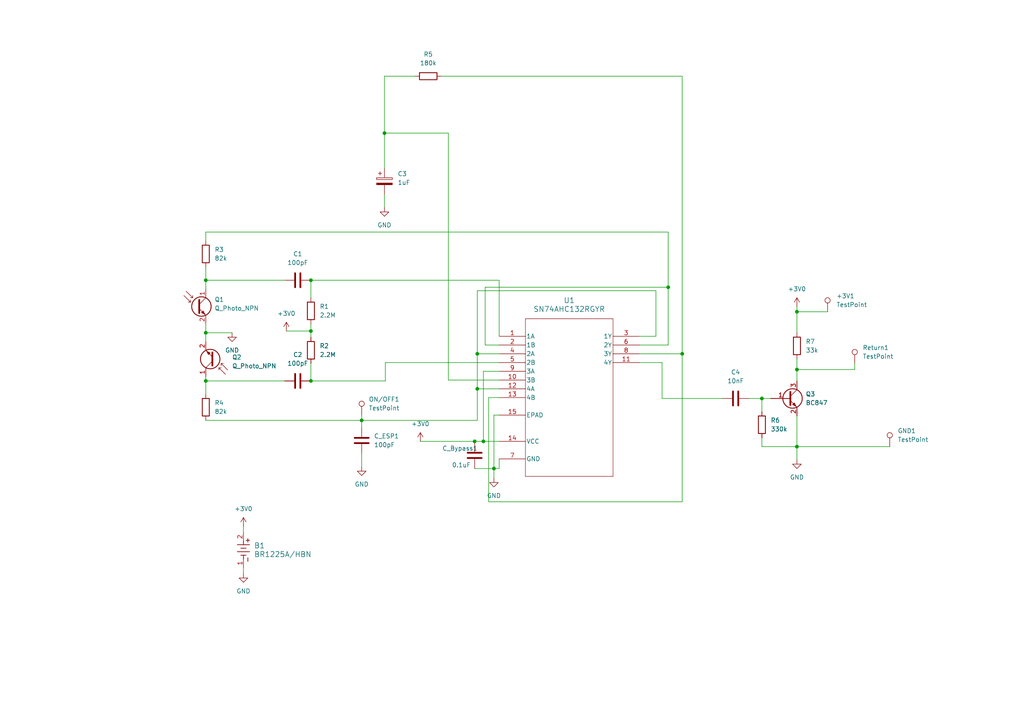
<source format=kicad_sch>
(kicad_sch (version 20230121) (generator eeschema)

  (uuid 62b04dc0-1ac4-44c7-b748-5ef6bd0e2083)

  (paper "A4")

  (lib_symbols
    (symbol "2023-08-13_19-15-05:SN74AHC132RGYR" (pin_names (offset 0.254)) (in_bom yes) (on_board yes)
      (property "Reference" "U" (at 20.32 10.16 0)
        (effects (font (size 1.524 1.524)))
      )
      (property "Value" "SN74AHC132RGYR" (at 20.32 7.62 0)
        (effects (font (size 1.524 1.524)))
      )
      (property "Footprint" "RGY14_2P05X2P05" (at 0 0 0)
        (effects (font (size 1.27 1.27) italic) hide)
      )
      (property "Datasheet" "SN74AHC132RGYR" (at 0 0 0)
        (effects (font (size 1.27 1.27) italic) hide)
      )
      (property "ki_locked" "" (at 0 0 0)
        (effects (font (size 1.27 1.27)))
      )
      (property "ki_keywords" "SN74AHC132RGYR" (at 0 0 0)
        (effects (font (size 1.27 1.27)) hide)
      )
      (property "ki_fp_filters" "RGY14_2P05X2P05" (at 0 0 0)
        (effects (font (size 1.27 1.27)) hide)
      )
      (symbol "SN74AHC132RGYR_0_1"
        (polyline
          (pts
            (xy 7.62 -40.64)
            (xy 33.02 -40.64)
          )
          (stroke (width 0.127) (type default))
          (fill (type none))
        )
        (polyline
          (pts
            (xy 7.62 5.08)
            (xy 7.62 -40.64)
          )
          (stroke (width 0.127) (type default))
          (fill (type none))
        )
        (polyline
          (pts
            (xy 33.02 -40.64)
            (xy 33.02 5.08)
          )
          (stroke (width 0.127) (type default))
          (fill (type none))
        )
        (polyline
          (pts
            (xy 33.02 5.08)
            (xy 7.62 5.08)
          )
          (stroke (width 0.127) (type default))
          (fill (type none))
        )
        (pin input line (at 0 0 0) (length 7.62)
          (name "1A" (effects (font (size 1.27 1.27))))
          (number "1" (effects (font (size 1.27 1.27))))
        )
        (pin input line (at 0 -12.7 0) (length 7.62)
          (name "3B" (effects (font (size 1.27 1.27))))
          (number "10" (effects (font (size 1.27 1.27))))
        )
        (pin output line (at 40.64 -7.62 180) (length 7.62)
          (name "4Y" (effects (font (size 1.27 1.27))))
          (number "11" (effects (font (size 1.27 1.27))))
        )
        (pin input line (at 0 -15.24 0) (length 7.62)
          (name "4A" (effects (font (size 1.27 1.27))))
          (number "12" (effects (font (size 1.27 1.27))))
        )
        (pin input line (at 0 -17.78 0) (length 7.62)
          (name "4B" (effects (font (size 1.27 1.27))))
          (number "13" (effects (font (size 1.27 1.27))))
        )
        (pin power_in line (at 0 -30.48 0) (length 7.62)
          (name "VCC" (effects (font (size 1.27 1.27))))
          (number "14" (effects (font (size 1.27 1.27))))
        )
        (pin unspecified line (at 0 -22.86 0) (length 7.62)
          (name "EPAD" (effects (font (size 1.27 1.27))))
          (number "15" (effects (font (size 1.27 1.27))))
        )
        (pin input line (at 0 -2.54 0) (length 7.62)
          (name "1B" (effects (font (size 1.27 1.27))))
          (number "2" (effects (font (size 1.27 1.27))))
        )
        (pin output line (at 40.64 0 180) (length 7.62)
          (name "1Y" (effects (font (size 1.27 1.27))))
          (number "3" (effects (font (size 1.27 1.27))))
        )
        (pin input line (at 0 -5.08 0) (length 7.62)
          (name "2A" (effects (font (size 1.27 1.27))))
          (number "4" (effects (font (size 1.27 1.27))))
        )
        (pin input line (at 0 -7.62 0) (length 7.62)
          (name "2B" (effects (font (size 1.27 1.27))))
          (number "5" (effects (font (size 1.27 1.27))))
        )
        (pin output line (at 40.64 -2.54 180) (length 7.62)
          (name "2Y" (effects (font (size 1.27 1.27))))
          (number "6" (effects (font (size 1.27 1.27))))
        )
        (pin power_in line (at 0 -35.56 0) (length 7.62)
          (name "GND" (effects (font (size 1.27 1.27))))
          (number "7" (effects (font (size 1.27 1.27))))
        )
        (pin output line (at 40.64 -5.08 180) (length 7.62)
          (name "3Y" (effects (font (size 1.27 1.27))))
          (number "8" (effects (font (size 1.27 1.27))))
        )
        (pin input line (at 0 -10.16 0) (length 7.62)
          (name "3A" (effects (font (size 1.27 1.27))))
          (number "9" (effects (font (size 1.27 1.27))))
        )
      )
    )
    (symbol "Connector:TestPoint" (pin_numbers hide) (pin_names (offset 0.762) hide) (in_bom yes) (on_board yes)
      (property "Reference" "TP" (at 0 6.858 0)
        (effects (font (size 1.27 1.27)))
      )
      (property "Value" "TestPoint" (at 0 5.08 0)
        (effects (font (size 1.27 1.27)))
      )
      (property "Footprint" "" (at 5.08 0 0)
        (effects (font (size 1.27 1.27)) hide)
      )
      (property "Datasheet" "~" (at 5.08 0 0)
        (effects (font (size 1.27 1.27)) hide)
      )
      (property "ki_keywords" "test point tp" (at 0 0 0)
        (effects (font (size 1.27 1.27)) hide)
      )
      (property "ki_description" "test point" (at 0 0 0)
        (effects (font (size 1.27 1.27)) hide)
      )
      (property "ki_fp_filters" "Pin* Test*" (at 0 0 0)
        (effects (font (size 1.27 1.27)) hide)
      )
      (symbol "TestPoint_0_1"
        (circle (center 0 3.302) (radius 0.762)
          (stroke (width 0) (type default))
          (fill (type none))
        )
      )
      (symbol "TestPoint_1_1"
        (pin passive line (at 0 0 90) (length 2.54)
          (name "1" (effects (font (size 1.27 1.27))))
          (number "1" (effects (font (size 1.27 1.27))))
        )
      )
    )
    (symbol "Device:C" (pin_numbers hide) (pin_names (offset 0.254)) (in_bom yes) (on_board yes)
      (property "Reference" "C" (at 0.635 2.54 0)
        (effects (font (size 1.27 1.27)) (justify left))
      )
      (property "Value" "C" (at 0.635 -2.54 0)
        (effects (font (size 1.27 1.27)) (justify left))
      )
      (property "Footprint" "" (at 0.9652 -3.81 0)
        (effects (font (size 1.27 1.27)) hide)
      )
      (property "Datasheet" "~" (at 0 0 0)
        (effects (font (size 1.27 1.27)) hide)
      )
      (property "ki_keywords" "cap capacitor" (at 0 0 0)
        (effects (font (size 1.27 1.27)) hide)
      )
      (property "ki_description" "Unpolarized capacitor" (at 0 0 0)
        (effects (font (size 1.27 1.27)) hide)
      )
      (property "ki_fp_filters" "C_*" (at 0 0 0)
        (effects (font (size 1.27 1.27)) hide)
      )
      (symbol "C_0_1"
        (polyline
          (pts
            (xy -2.032 -0.762)
            (xy 2.032 -0.762)
          )
          (stroke (width 0.508) (type default))
          (fill (type none))
        )
        (polyline
          (pts
            (xy -2.032 0.762)
            (xy 2.032 0.762)
          )
          (stroke (width 0.508) (type default))
          (fill (type none))
        )
      )
      (symbol "C_1_1"
        (pin passive line (at 0 3.81 270) (length 2.794)
          (name "~" (effects (font (size 1.27 1.27))))
          (number "1" (effects (font (size 1.27 1.27))))
        )
        (pin passive line (at 0 -3.81 90) (length 2.794)
          (name "~" (effects (font (size 1.27 1.27))))
          (number "2" (effects (font (size 1.27 1.27))))
        )
      )
    )
    (symbol "Device:C_Polarized" (pin_numbers hide) (pin_names (offset 0.254)) (in_bom yes) (on_board yes)
      (property "Reference" "C" (at 0.635 2.54 0)
        (effects (font (size 1.27 1.27)) (justify left))
      )
      (property "Value" "C_Polarized" (at 0.635 -2.54 0)
        (effects (font (size 1.27 1.27)) (justify left))
      )
      (property "Footprint" "" (at 0.9652 -3.81 0)
        (effects (font (size 1.27 1.27)) hide)
      )
      (property "Datasheet" "~" (at 0 0 0)
        (effects (font (size 1.27 1.27)) hide)
      )
      (property "ki_keywords" "cap capacitor" (at 0 0 0)
        (effects (font (size 1.27 1.27)) hide)
      )
      (property "ki_description" "Polarized capacitor" (at 0 0 0)
        (effects (font (size 1.27 1.27)) hide)
      )
      (property "ki_fp_filters" "CP_*" (at 0 0 0)
        (effects (font (size 1.27 1.27)) hide)
      )
      (symbol "C_Polarized_0_1"
        (rectangle (start -2.286 0.508) (end 2.286 1.016)
          (stroke (width 0) (type default))
          (fill (type none))
        )
        (polyline
          (pts
            (xy -1.778 2.286)
            (xy -0.762 2.286)
          )
          (stroke (width 0) (type default))
          (fill (type none))
        )
        (polyline
          (pts
            (xy -1.27 2.794)
            (xy -1.27 1.778)
          )
          (stroke (width 0) (type default))
          (fill (type none))
        )
        (rectangle (start 2.286 -0.508) (end -2.286 -1.016)
          (stroke (width 0) (type default))
          (fill (type outline))
        )
      )
      (symbol "C_Polarized_1_1"
        (pin passive line (at 0 3.81 270) (length 2.794)
          (name "~" (effects (font (size 1.27 1.27))))
          (number "1" (effects (font (size 1.27 1.27))))
        )
        (pin passive line (at 0 -3.81 90) (length 2.794)
          (name "~" (effects (font (size 1.27 1.27))))
          (number "2" (effects (font (size 1.27 1.27))))
        )
      )
    )
    (symbol "Device:Q_Photo_NPN" (pin_names (offset 0) hide) (in_bom yes) (on_board yes)
      (property "Reference" "Q" (at 5.08 1.27 0)
        (effects (font (size 1.27 1.27)) (justify left))
      )
      (property "Value" "Q_Photo_NPN" (at 5.08 -1.27 0)
        (effects (font (size 1.27 1.27)) (justify left))
      )
      (property "Footprint" "" (at 5.08 2.54 0)
        (effects (font (size 1.27 1.27)) hide)
      )
      (property "Datasheet" "~" (at 0 0 0)
        (effects (font (size 1.27 1.27)) hide)
      )
      (property "ki_keywords" "phototransistor NPN" (at 0 0 0)
        (effects (font (size 1.27 1.27)) hide)
      )
      (property "ki_description" "NPN phototransistor, collector/emitter" (at 0 0 0)
        (effects (font (size 1.27 1.27)) hide)
      )
      (symbol "Q_Photo_NPN_0_1"
        (polyline
          (pts
            (xy -1.905 1.27)
            (xy -2.54 1.27)
          )
          (stroke (width 0) (type default))
          (fill (type none))
        )
        (polyline
          (pts
            (xy -1.27 2.54)
            (xy -1.905 2.54)
          )
          (stroke (width 0) (type default))
          (fill (type none))
        )
        (polyline
          (pts
            (xy 0.635 0.635)
            (xy 2.54 2.54)
          )
          (stroke (width 0) (type default))
          (fill (type none))
        )
        (polyline
          (pts
            (xy -3.81 3.175)
            (xy -1.905 1.27)
            (xy -1.905 1.905)
          )
          (stroke (width 0) (type default))
          (fill (type none))
        )
        (polyline
          (pts
            (xy -3.175 4.445)
            (xy -1.27 2.54)
            (xy -1.27 3.175)
          )
          (stroke (width 0) (type default))
          (fill (type none))
        )
        (polyline
          (pts
            (xy 0.635 -0.635)
            (xy 2.54 -2.54)
            (xy 2.54 -2.54)
          )
          (stroke (width 0) (type default))
          (fill (type none))
        )
        (polyline
          (pts
            (xy 0.635 1.905)
            (xy 0.635 -1.905)
            (xy 0.635 -1.905)
          )
          (stroke (width 0.508) (type default))
          (fill (type none))
        )
        (polyline
          (pts
            (xy 1.27 -1.778)
            (xy 1.778 -1.27)
            (xy 2.286 -2.286)
            (xy 1.27 -1.778)
            (xy 1.27 -1.778)
          )
          (stroke (width 0) (type default))
          (fill (type outline))
        )
        (circle (center 1.27 0) (radius 2.8194)
          (stroke (width 0.254) (type default))
          (fill (type none))
        )
      )
      (symbol "Q_Photo_NPN_1_1"
        (pin passive line (at 2.54 5.08 270) (length 2.54)
          (name "C" (effects (font (size 1.27 1.27))))
          (number "1" (effects (font (size 1.27 1.27))))
        )
        (pin passive line (at 2.54 -5.08 90) (length 2.54)
          (name "E" (effects (font (size 1.27 1.27))))
          (number "2" (effects (font (size 1.27 1.27))))
        )
      )
    )
    (symbol "Device:R" (pin_numbers hide) (pin_names (offset 0)) (in_bom yes) (on_board yes)
      (property "Reference" "R" (at 2.032 0 90)
        (effects (font (size 1.27 1.27)))
      )
      (property "Value" "R" (at 0 0 90)
        (effects (font (size 1.27 1.27)))
      )
      (property "Footprint" "" (at -1.778 0 90)
        (effects (font (size 1.27 1.27)) hide)
      )
      (property "Datasheet" "~" (at 0 0 0)
        (effects (font (size 1.27 1.27)) hide)
      )
      (property "ki_keywords" "R res resistor" (at 0 0 0)
        (effects (font (size 1.27 1.27)) hide)
      )
      (property "ki_description" "Resistor" (at 0 0 0)
        (effects (font (size 1.27 1.27)) hide)
      )
      (property "ki_fp_filters" "R_*" (at 0 0 0)
        (effects (font (size 1.27 1.27)) hide)
      )
      (symbol "R_0_1"
        (rectangle (start -1.016 -2.54) (end 1.016 2.54)
          (stroke (width 0.254) (type default))
          (fill (type none))
        )
      )
      (symbol "R_1_1"
        (pin passive line (at 0 3.81 270) (length 1.27)
          (name "~" (effects (font (size 1.27 1.27))))
          (number "1" (effects (font (size 1.27 1.27))))
        )
        (pin passive line (at 0 -3.81 90) (length 1.27)
          (name "~" (effects (font (size 1.27 1.27))))
          (number "2" (effects (font (size 1.27 1.27))))
        )
      )
    )
    (symbol "THT_125mm_Batt:BR1225A_HBN" (pin_names (offset 0.254)) (in_bom yes) (on_board yes)
      (property "Reference" "B" (at 4.826 3.81 0)
        (effects (font (size 1.524 1.524)))
      )
      (property "Value" "BR1225A/HBN" (at 4.826 -3.81 0)
        (effects (font (size 1.524 1.524)))
      )
      (property "Footprint" "BR1225A/HBN_PAN" (at 0 0 0)
        (effects (font (size 1.27 1.27) italic) hide)
      )
      (property "Datasheet" "BR1225A/HBN" (at 0 0 0)
        (effects (font (size 1.27 1.27) italic) hide)
      )
      (property "ki_locked" "" (at 0 0 0)
        (effects (font (size 1.27 1.27)))
      )
      (property "ki_keywords" "BR1225A/HBN" (at 0 0 0)
        (effects (font (size 1.27 1.27)) hide)
      )
      (property "ki_fp_filters" "BR1225A/HBN_PAN" (at 0 0 0)
        (effects (font (size 1.27 1.27)) hide)
      )
      (symbol "BR1225A_HBN_0_1"
        (polyline
          (pts
            (xy 1.778 1.27)
            (xy 2.794 1.27)
          )
          (stroke (width 0.2032) (type default))
          (fill (type none))
        )
        (polyline
          (pts
            (xy 2.286 0.762)
            (xy 2.286 1.778)
          )
          (stroke (width 0.2032) (type default))
          (fill (type none))
        )
        (polyline
          (pts
            (xy 2.54 0)
            (xy 3.4798 0)
          )
          (stroke (width 0.2032) (type default))
          (fill (type none))
        )
        (polyline
          (pts
            (xy 3.556 -1.778)
            (xy 3.556 1.778)
          )
          (stroke (width 0.2032) (type default))
          (fill (type none))
        )
        (polyline
          (pts
            (xy 4.572 0.762)
            (xy 4.572 -0.762)
          )
          (stroke (width 0.2032) (type default))
          (fill (type none))
        )
        (polyline
          (pts
            (xy 5.588 -1.778)
            (xy 5.588 1.778)
          )
          (stroke (width 0.2032) (type default))
          (fill (type none))
        )
        (polyline
          (pts
            (xy 6.604 0)
            (xy 7.62 0)
          )
          (stroke (width 0.2032) (type default))
          (fill (type none))
        )
        (polyline
          (pts
            (xy 6.604 0.762)
            (xy 6.604 -0.762)
          )
          (stroke (width 0.2032) (type default))
          (fill (type none))
        )
        (polyline
          (pts
            (xy 7.366 1.27)
            (xy 8.382 1.27)
          )
          (stroke (width 0.2032) (type default))
          (fill (type none))
        )
        (pin unspecified line (at 10.16 0 180) (length 2.54)
          (name "" (effects (font (size 1.27 1.27))))
          (number "1" (effects (font (size 1.27 1.27))))
        )
        (pin unspecified line (at 0 0 0) (length 2.54)
          (name "" (effects (font (size 1.27 1.27))))
          (number "2" (effects (font (size 1.27 1.27))))
        )
      )
    )
    (symbol "Transistor_BJT:BC847" (pin_names (offset 0) hide) (in_bom yes) (on_board yes)
      (property "Reference" "Q" (at 5.08 1.905 0)
        (effects (font (size 1.27 1.27)) (justify left))
      )
      (property "Value" "BC847" (at 5.08 0 0)
        (effects (font (size 1.27 1.27)) (justify left))
      )
      (property "Footprint" "Package_TO_SOT_SMD:SOT-23" (at 5.08 -1.905 0)
        (effects (font (size 1.27 1.27) italic) (justify left) hide)
      )
      (property "Datasheet" "http://www.infineon.com/dgdl/Infineon-BC847SERIES_BC848SERIES_BC849SERIES_BC850SERIES-DS-v01_01-en.pdf?fileId=db3a304314dca389011541d4630a1657" (at 0 0 0)
        (effects (font (size 1.27 1.27)) (justify left) hide)
      )
      (property "ki_keywords" "NPN Small Signal Transistor" (at 0 0 0)
        (effects (font (size 1.27 1.27)) hide)
      )
      (property "ki_description" "0.1A Ic, 45V Vce, NPN Transistor, SOT-23" (at 0 0 0)
        (effects (font (size 1.27 1.27)) hide)
      )
      (property "ki_fp_filters" "SOT?23*" (at 0 0 0)
        (effects (font (size 1.27 1.27)) hide)
      )
      (symbol "BC847_0_1"
        (polyline
          (pts
            (xy 0.635 0.635)
            (xy 2.54 2.54)
          )
          (stroke (width 0) (type default))
          (fill (type none))
        )
        (polyline
          (pts
            (xy 0.635 -0.635)
            (xy 2.54 -2.54)
            (xy 2.54 -2.54)
          )
          (stroke (width 0) (type default))
          (fill (type none))
        )
        (polyline
          (pts
            (xy 0.635 1.905)
            (xy 0.635 -1.905)
            (xy 0.635 -1.905)
          )
          (stroke (width 0.508) (type default))
          (fill (type none))
        )
        (polyline
          (pts
            (xy 1.27 -1.778)
            (xy 1.778 -1.27)
            (xy 2.286 -2.286)
            (xy 1.27 -1.778)
            (xy 1.27 -1.778)
          )
          (stroke (width 0) (type default))
          (fill (type outline))
        )
        (circle (center 1.27 0) (radius 2.8194)
          (stroke (width 0.254) (type default))
          (fill (type none))
        )
      )
      (symbol "BC847_1_1"
        (pin input line (at -5.08 0 0) (length 5.715)
          (name "B" (effects (font (size 1.27 1.27))))
          (number "1" (effects (font (size 1.27 1.27))))
        )
        (pin passive line (at 2.54 -5.08 90) (length 2.54)
          (name "E" (effects (font (size 1.27 1.27))))
          (number "2" (effects (font (size 1.27 1.27))))
        )
        (pin passive line (at 2.54 5.08 270) (length 2.54)
          (name "C" (effects (font (size 1.27 1.27))))
          (number "3" (effects (font (size 1.27 1.27))))
        )
      )
    )
    (symbol "power:+3V0" (power) (pin_names (offset 0)) (in_bom yes) (on_board yes)
      (property "Reference" "#PWR" (at 0 -3.81 0)
        (effects (font (size 1.27 1.27)) hide)
      )
      (property "Value" "+3V0" (at 0 3.556 0)
        (effects (font (size 1.27 1.27)))
      )
      (property "Footprint" "" (at 0 0 0)
        (effects (font (size 1.27 1.27)) hide)
      )
      (property "Datasheet" "" (at 0 0 0)
        (effects (font (size 1.27 1.27)) hide)
      )
      (property "ki_keywords" "global power" (at 0 0 0)
        (effects (font (size 1.27 1.27)) hide)
      )
      (property "ki_description" "Power symbol creates a global label with name \"+3V0\"" (at 0 0 0)
        (effects (font (size 1.27 1.27)) hide)
      )
      (symbol "+3V0_0_1"
        (polyline
          (pts
            (xy -0.762 1.27)
            (xy 0 2.54)
          )
          (stroke (width 0) (type default))
          (fill (type none))
        )
        (polyline
          (pts
            (xy 0 0)
            (xy 0 2.54)
          )
          (stroke (width 0) (type default))
          (fill (type none))
        )
        (polyline
          (pts
            (xy 0 2.54)
            (xy 0.762 1.27)
          )
          (stroke (width 0) (type default))
          (fill (type none))
        )
      )
      (symbol "+3V0_1_1"
        (pin power_in line (at 0 0 90) (length 0) hide
          (name "+3V0" (effects (font (size 1.27 1.27))))
          (number "1" (effects (font (size 1.27 1.27))))
        )
      )
    )
    (symbol "power:GND" (power) (pin_names (offset 0)) (in_bom yes) (on_board yes)
      (property "Reference" "#PWR" (at 0 -6.35 0)
        (effects (font (size 1.27 1.27)) hide)
      )
      (property "Value" "GND" (at 0 -3.81 0)
        (effects (font (size 1.27 1.27)))
      )
      (property "Footprint" "" (at 0 0 0)
        (effects (font (size 1.27 1.27)) hide)
      )
      (property "Datasheet" "" (at 0 0 0)
        (effects (font (size 1.27 1.27)) hide)
      )
      (property "ki_keywords" "global power" (at 0 0 0)
        (effects (font (size 1.27 1.27)) hide)
      )
      (property "ki_description" "Power symbol creates a global label with name \"GND\" , ground" (at 0 0 0)
        (effects (font (size 1.27 1.27)) hide)
      )
      (symbol "GND_0_1"
        (polyline
          (pts
            (xy 0 0)
            (xy 0 -1.27)
            (xy 1.27 -1.27)
            (xy 0 -2.54)
            (xy -1.27 -1.27)
            (xy 0 -1.27)
          )
          (stroke (width 0) (type default))
          (fill (type none))
        )
      )
      (symbol "GND_1_1"
        (pin power_in line (at 0 0 270) (length 0) hide
          (name "GND" (effects (font (size 1.27 1.27))))
          (number "1" (effects (font (size 1.27 1.27))))
        )
      )
    )
  )

  (junction (at 231.14 90.424) (diameter 0) (color 0 0 0 0)
    (uuid 0fec8d8c-9a8b-4ed3-bcd9-2bf18c388373)
  )
  (junction (at 104.902 121.92) (diameter 0) (color 0 0 0 0)
    (uuid 1085f613-80df-45fa-9aaa-d8c9ad1b292b)
  )
  (junction (at 59.69 81.28) (diameter 0) (color 0 0 0 0)
    (uuid 19611148-2a71-4091-bdc0-0118582303b3)
  )
  (junction (at 231.14 129.54) (diameter 0) (color 0 0 0 0)
    (uuid 1ff61724-b547-4da9-8ede-7ea527e853f1)
  )
  (junction (at 90.17 96.012) (diameter 0) (color 0 0 0 0)
    (uuid 3ee0a39b-b848-492b-96b7-f9d2a0612219)
  )
  (junction (at 140.208 128.016) (diameter 0) (color 0 0 0 0)
    (uuid 44743009-5adc-4c33-b3a1-0748fff8fde3)
  )
  (junction (at 143.256 135.89) (diameter 0) (color 0 0 0 0)
    (uuid 672d067f-af7d-42d1-9828-610fb5d89d7c)
  )
  (junction (at 193.802 83.312) (diameter 0) (color 0 0 0 0)
    (uuid 8a8f8a44-170b-4cfc-8ea1-dc581076c421)
  )
  (junction (at 59.69 110.49) (diameter 0) (color 0 0 0 0)
    (uuid 9ad57984-1687-40fb-b9e6-85992e9a70ad)
  )
  (junction (at 59.69 96.52) (diameter 0) (color 0 0 0 0)
    (uuid a07b4070-f75d-445c-8c82-b6856f7c1d23)
  )
  (junction (at 138.43 112.776) (diameter 0) (color 0 0 0 0)
    (uuid b88f345d-e491-4e06-bf8e-3ec183144376)
  )
  (junction (at 111.506 38.608) (diameter 0) (color 0 0 0 0)
    (uuid b8bf0ee4-389f-481f-8849-597a903067eb)
  )
  (junction (at 197.866 102.616) (diameter 0) (color 0 0 0 0)
    (uuid bb9d9357-0e48-4f80-9880-95d045c6d3b5)
  )
  (junction (at 90.17 81.28) (diameter 0) (color 0 0 0 0)
    (uuid c2cfba95-30fb-4c7d-835f-9bcb55648fb6)
  )
  (junction (at 138.43 102.616) (diameter 0) (color 0 0 0 0)
    (uuid c630bfb9-d484-45e0-8da6-a143370a3378)
  )
  (junction (at 137.668 128.016) (diameter 0) (color 0 0 0 0)
    (uuid cdfe6663-d8b4-4d9c-b652-2fe24d873f63)
  )
  (junction (at 220.98 115.57) (diameter 0) (color 0 0 0 0)
    (uuid d326afc0-b485-480b-8124-80e9634f9a62)
  )
  (junction (at 90.17 110.49) (diameter 0) (color 0 0 0 0)
    (uuid d3a38f61-760a-4996-bbb3-4b62760c1c76)
  )
  (junction (at 231.14 107.188) (diameter 0) (color 0 0 0 0)
    (uuid f622825d-09e0-4f33-a243-7ff89866cad4)
  )

  (wire (pts (xy 59.69 109.22) (xy 59.69 110.49))
    (stroke (width 0) (type default))
    (uuid 00e4599b-790e-4b5f-a7c4-f25724a7ae83)
  )
  (wire (pts (xy 220.98 127) (xy 220.98 129.54))
    (stroke (width 0) (type default))
    (uuid 01ef27da-0297-4163-9a4a-c61d619d3ae9)
  )
  (wire (pts (xy 231.14 129.54) (xy 258.064 129.54))
    (stroke (width 0) (type default))
    (uuid 060b5f7b-4acd-4b55-bd41-4bb93ce74f06)
  )
  (wire (pts (xy 141.732 115.316) (xy 144.78 115.316))
    (stroke (width 0) (type default))
    (uuid 071cdfcb-ab54-460c-ba92-0925a678b8c2)
  )
  (wire (pts (xy 138.43 112.776) (xy 144.78 112.776))
    (stroke (width 0) (type default))
    (uuid 0a920b7e-a171-45b3-8acd-8a201dd974a6)
  )
  (wire (pts (xy 82.55 81.28) (xy 59.69 81.28))
    (stroke (width 0) (type default))
    (uuid 0bfb9204-4e1b-4aa2-aada-84b75a06496c)
  )
  (wire (pts (xy 231.14 107.188) (xy 231.14 110.49))
    (stroke (width 0) (type default))
    (uuid 0c8fa9b8-9664-4fb0-91fe-eb592d42905b)
  )
  (wire (pts (xy 104.902 121.92) (xy 138.43 121.92))
    (stroke (width 0) (type default))
    (uuid 130e810d-8e2a-411b-8b27-6bd168600b7f)
  )
  (wire (pts (xy 111.506 38.608) (xy 130.048 38.608))
    (stroke (width 0) (type default))
    (uuid 1408f104-de48-41c1-864a-1591e3f21dd5)
  )
  (wire (pts (xy 185.42 105.156) (xy 192.024 105.156))
    (stroke (width 0) (type default))
    (uuid 1f9a095b-f4b3-42a0-9c7d-f5f59fe803d0)
  )
  (wire (pts (xy 197.866 102.616) (xy 185.42 102.616))
    (stroke (width 0) (type default))
    (uuid 1faf9f69-3336-466e-a993-5548d36cb8cd)
  )
  (wire (pts (xy 90.17 105.41) (xy 90.17 110.49))
    (stroke (width 0) (type default))
    (uuid 23378d51-a00c-4acf-989c-536156fb7818)
  )
  (wire (pts (xy 140.208 128.016) (xy 137.668 128.016))
    (stroke (width 0) (type default))
    (uuid 24a83a86-3541-4fb0-a6a1-64e86c180541)
  )
  (wire (pts (xy 144.78 135.89) (xy 144.78 133.096))
    (stroke (width 0) (type default))
    (uuid 259b9d6f-eba9-48ba-b4f0-b440337451fa)
  )
  (wire (pts (xy 141.732 145.542) (xy 141.732 115.316))
    (stroke (width 0) (type default))
    (uuid 2910d06a-3a9a-4baf-b536-e1641230a257)
  )
  (wire (pts (xy 104.902 121.92) (xy 104.902 123.952))
    (stroke (width 0) (type default))
    (uuid 2a64366e-424b-434f-84f4-1139f2a154b4)
  )
  (wire (pts (xy 137.668 135.89) (xy 143.256 135.89))
    (stroke (width 0) (type default))
    (uuid 2fc7e440-807f-42fa-b673-554669b54431)
  )
  (wire (pts (xy 83.058 96.012) (xy 90.17 96.012))
    (stroke (width 0) (type default))
    (uuid 34be506c-17d8-42a8-8cc7-5806caefaace)
  )
  (wire (pts (xy 193.802 67.31) (xy 193.802 83.312))
    (stroke (width 0) (type default))
    (uuid 359a5d7e-b816-4330-877e-c5e702cc0af4)
  )
  (wire (pts (xy 121.92 128.016) (xy 137.668 128.016))
    (stroke (width 0) (type default))
    (uuid 3efca537-e260-4858-bc32-c447e2b146f6)
  )
  (wire (pts (xy 59.69 110.49) (xy 82.55 110.49))
    (stroke (width 0) (type default))
    (uuid 425bfd36-f443-4888-b221-99be49a24901)
  )
  (wire (pts (xy 143.256 120.396) (xy 143.256 135.89))
    (stroke (width 0) (type default))
    (uuid 4325b732-fe98-48a6-8961-3385660a8d83)
  )
  (wire (pts (xy 59.69 121.92) (xy 104.902 121.92))
    (stroke (width 0) (type default))
    (uuid 4b82d7f9-1833-4dd4-8558-2662cab54bc8)
  )
  (wire (pts (xy 231.14 129.54) (xy 231.14 133.35))
    (stroke (width 0) (type default))
    (uuid 5017288d-c80b-4e99-88f6-cbd82aabb53b)
  )
  (wire (pts (xy 70.612 164.592) (xy 70.612 166.37))
    (stroke (width 0) (type default))
    (uuid 5209f2ae-171a-4811-b46c-dd42900119be)
  )
  (wire (pts (xy 59.69 67.31) (xy 193.802 67.31))
    (stroke (width 0) (type default))
    (uuid 54a67797-d9ee-427a-b0ee-438b69879e4a)
  )
  (wire (pts (xy 144.78 120.396) (xy 143.256 120.396))
    (stroke (width 0) (type default))
    (uuid 5871909e-498c-4322-b0eb-b2d4e6c5b91a)
  )
  (wire (pts (xy 140.716 83.312) (xy 140.716 100.076))
    (stroke (width 0) (type default))
    (uuid 5ad2a9cd-68a1-4f0c-807c-d7bffe21cc73)
  )
  (wire (pts (xy 111.506 38.608) (xy 111.506 22.098))
    (stroke (width 0) (type default))
    (uuid 5b084564-a6a7-48a3-b155-67cab3b8221a)
  )
  (wire (pts (xy 138.43 102.616) (xy 144.78 102.616))
    (stroke (width 0) (type default))
    (uuid 5b1e8ff2-5bd1-40e3-a23e-3b0bd6113924)
  )
  (wire (pts (xy 220.98 115.57) (xy 223.52 115.57))
    (stroke (width 0) (type default))
    (uuid 5bb9c26e-73d3-4c2c-98fe-55ed3a721fd5)
  )
  (wire (pts (xy 197.866 102.616) (xy 197.866 145.542))
    (stroke (width 0) (type default))
    (uuid 614fa37c-6a39-4dee-abf2-cbf2a5bb7088)
  )
  (wire (pts (xy 59.69 69.85) (xy 59.69 67.31))
    (stroke (width 0) (type default))
    (uuid 63b3140a-6415-4e5c-9468-d5009ec552c0)
  )
  (wire (pts (xy 185.42 100.076) (xy 193.802 100.076))
    (stroke (width 0) (type default))
    (uuid 6686bb6a-f853-40fd-a948-cb70efbdcaa8)
  )
  (wire (pts (xy 70.612 152.654) (xy 70.612 154.432))
    (stroke (width 0) (type default))
    (uuid 6e3cb7e2-24ce-4c67-ae4b-e0de7f0d45ba)
  )
  (wire (pts (xy 59.69 110.49) (xy 59.69 114.3))
    (stroke (width 0) (type default))
    (uuid 6e9e6417-a027-426b-ad32-5a2188206264)
  )
  (wire (pts (xy 197.866 145.542) (xy 141.732 145.542))
    (stroke (width 0) (type default))
    (uuid 707fafa9-b049-41ae-bd59-75f2aa8aada6)
  )
  (wire (pts (xy 190.246 97.536) (xy 190.246 84.328))
    (stroke (width 0) (type default))
    (uuid 765e84bc-973d-45f5-b727-bc6ed9a23b74)
  )
  (wire (pts (xy 231.14 88.9) (xy 231.14 90.424))
    (stroke (width 0) (type default))
    (uuid 77789b93-7564-4b37-bfa1-7eca667e3118)
  )
  (wire (pts (xy 144.78 81.28) (xy 144.78 97.536))
    (stroke (width 0) (type default))
    (uuid 78583e23-3898-4ff3-9a58-7ceb6e7f2f29)
  )
  (wire (pts (xy 144.78 107.696) (xy 140.208 107.696))
    (stroke (width 0) (type default))
    (uuid 7ae75c4e-f090-410d-9073-6d91350a0c79)
  )
  (wire (pts (xy 59.69 93.98) (xy 59.69 96.52))
    (stroke (width 0) (type default))
    (uuid 7bb9acfd-47db-4ef6-82c6-bc6e7018146a)
  )
  (wire (pts (xy 193.802 100.076) (xy 193.802 83.312))
    (stroke (width 0) (type default))
    (uuid 7c330320-4f55-4cf5-bb61-35b2cf952eda)
  )
  (wire (pts (xy 137.668 128.016) (xy 137.668 128.27))
    (stroke (width 0) (type default))
    (uuid 7e357990-cd5b-4ae4-8893-60324ac334be)
  )
  (wire (pts (xy 185.42 97.536) (xy 190.246 97.536))
    (stroke (width 0) (type default))
    (uuid 802c56d2-cc7d-4973-afd3-b7328a01b400)
  )
  (wire (pts (xy 197.866 22.098) (xy 197.866 102.616))
    (stroke (width 0) (type default))
    (uuid 834fb651-db13-4250-b207-74c887f91e36)
  )
  (wire (pts (xy 90.17 93.98) (xy 90.17 96.012))
    (stroke (width 0) (type default))
    (uuid 83a048a6-2875-4507-a2a0-3e044f6284d0)
  )
  (wire (pts (xy 59.69 96.52) (xy 67.31 96.52))
    (stroke (width 0) (type default))
    (uuid 858ef7d7-93d3-4ec7-b3f7-278d3b4d1538)
  )
  (wire (pts (xy 138.43 112.776) (xy 138.43 121.92))
    (stroke (width 0) (type default))
    (uuid 8a6aa81f-fef4-438e-acd0-376d577accbc)
  )
  (wire (pts (xy 111.506 48.768) (xy 111.506 38.608))
    (stroke (width 0) (type default))
    (uuid 91c8b5a8-b92d-4619-af89-4805715a0b20)
  )
  (wire (pts (xy 231.14 90.424) (xy 231.14 96.52))
    (stroke (width 0) (type default))
    (uuid 92de45b1-d279-4dfa-83f7-cf114f81ad8c)
  )
  (wire (pts (xy 192.024 115.57) (xy 209.55 115.57))
    (stroke (width 0) (type default))
    (uuid 95f62274-1470-4af1-a313-1dec4e66e195)
  )
  (wire (pts (xy 247.904 107.188) (xy 231.14 107.188))
    (stroke (width 0) (type default))
    (uuid 9c89b618-9909-421e-a738-f581be403b42)
  )
  (wire (pts (xy 130.048 110.236) (xy 130.048 38.608))
    (stroke (width 0) (type default))
    (uuid 9d833451-ada1-4586-809c-d0f465118235)
  )
  (wire (pts (xy 140.716 100.076) (xy 144.78 100.076))
    (stroke (width 0) (type default))
    (uuid a2efee59-160a-46c5-924f-c0cc329a43ce)
  )
  (wire (pts (xy 220.98 129.54) (xy 231.14 129.54))
    (stroke (width 0) (type default))
    (uuid a33a712d-fb90-4a68-9859-d4205dcd3202)
  )
  (wire (pts (xy 190.246 84.328) (xy 138.43 84.328))
    (stroke (width 0) (type default))
    (uuid a91278ad-a0e8-452a-9911-168a0a41d571)
  )
  (wire (pts (xy 104.902 131.572) (xy 104.902 135.382))
    (stroke (width 0) (type default))
    (uuid acce6458-0909-4335-98f8-a190c476f01b)
  )
  (wire (pts (xy 247.904 105.41) (xy 247.904 107.188))
    (stroke (width 0) (type default))
    (uuid af778d1b-46c8-4577-9fe1-0a053b0968d7)
  )
  (wire (pts (xy 231.14 129.54) (xy 231.14 120.65))
    (stroke (width 0) (type default))
    (uuid b9481944-7d08-4429-913c-0ea4562576f4)
  )
  (wire (pts (xy 90.17 96.012) (xy 90.17 97.79))
    (stroke (width 0) (type default))
    (uuid bd9d6058-7d78-401b-a3b2-7991fda4aaab)
  )
  (wire (pts (xy 144.78 110.236) (xy 130.048 110.236))
    (stroke (width 0) (type default))
    (uuid c008ca1e-b881-4f9a-b42c-98637e456d33)
  )
  (wire (pts (xy 192.024 105.156) (xy 192.024 115.57))
    (stroke (width 0) (type default))
    (uuid c2b66b74-b239-4bb0-80c0-f88d300f2b82)
  )
  (wire (pts (xy 217.17 115.57) (xy 220.98 115.57))
    (stroke (width 0) (type default))
    (uuid c76770eb-adbf-4668-bd54-8222a2be18cc)
  )
  (wire (pts (xy 59.69 96.52) (xy 59.69 99.06))
    (stroke (width 0) (type default))
    (uuid d3581401-1dc3-40a6-9a18-d3f658b0331e)
  )
  (wire (pts (xy 140.208 107.696) (xy 140.208 128.016))
    (stroke (width 0) (type default))
    (uuid d6dd84dc-4d8e-4c27-b754-1b697a2204b6)
  )
  (wire (pts (xy 143.256 135.89) (xy 143.256 138.684))
    (stroke (width 0) (type default))
    (uuid d8af87b9-5d00-401e-9137-9cfcf13e88f8)
  )
  (wire (pts (xy 231.14 104.14) (xy 231.14 107.188))
    (stroke (width 0) (type default))
    (uuid ddc71b62-4848-4d4b-a564-82ea65c13128)
  )
  (wire (pts (xy 90.17 86.36) (xy 90.17 81.28))
    (stroke (width 0) (type default))
    (uuid dde58ad8-5499-4835-a7a9-869c8560d58a)
  )
  (wire (pts (xy 138.43 84.328) (xy 138.43 102.616))
    (stroke (width 0) (type default))
    (uuid deee9a6a-d4b4-4cde-aa04-c241c1596688)
  )
  (wire (pts (xy 59.69 77.47) (xy 59.69 81.28))
    (stroke (width 0) (type default))
    (uuid e130e254-f05f-4922-bc10-0d2a6883ddab)
  )
  (wire (pts (xy 104.902 120.396) (xy 104.902 121.92))
    (stroke (width 0) (type default))
    (uuid e15eb638-7599-4039-8fa8-c0801b68d4c9)
  )
  (wire (pts (xy 138.43 102.616) (xy 138.43 112.776))
    (stroke (width 0) (type default))
    (uuid e322b777-1141-46e5-ba48-fb7da6ee1508)
  )
  (wire (pts (xy 59.69 81.28) (xy 59.69 83.82))
    (stroke (width 0) (type default))
    (uuid e3732225-ea09-4289-9711-00901bc50041)
  )
  (wire (pts (xy 220.98 115.57) (xy 220.98 119.38))
    (stroke (width 0) (type default))
    (uuid e3eb5b9c-f331-4a43-bdd6-17a9df95423a)
  )
  (wire (pts (xy 111.76 105.156) (xy 144.78 105.156))
    (stroke (width 0) (type default))
    (uuid ea85359b-a699-4d95-b033-c9b531b73138)
  )
  (wire (pts (xy 111.506 56.388) (xy 111.506 60.198))
    (stroke (width 0) (type default))
    (uuid eab4345c-be50-4121-9d9d-690db1c2938d)
  )
  (wire (pts (xy 111.506 22.098) (xy 120.396 22.098))
    (stroke (width 0) (type default))
    (uuid eafc68d3-8739-45cc-84cf-2ebb6eea88aa)
  )
  (wire (pts (xy 144.78 128.016) (xy 140.208 128.016))
    (stroke (width 0) (type default))
    (uuid ed61d389-34df-4101-857d-c208f3fa72ea)
  )
  (wire (pts (xy 143.256 135.89) (xy 144.78 135.89))
    (stroke (width 0) (type default))
    (uuid edf6ab5a-81cb-4666-989e-070790d41bba)
  )
  (wire (pts (xy 193.802 83.312) (xy 140.716 83.312))
    (stroke (width 0) (type default))
    (uuid f2d84216-26e8-44a0-8a87-21dffefbb022)
  )
  (wire (pts (xy 90.17 81.28) (xy 144.78 81.28))
    (stroke (width 0) (type default))
    (uuid f326bc34-c1ec-44ca-ad98-5702a0a7dfd7)
  )
  (wire (pts (xy 111.76 110.49) (xy 111.76 105.156))
    (stroke (width 0) (type default))
    (uuid f4713ad0-471c-477e-8dce-f0412bc80aeb)
  )
  (wire (pts (xy 90.17 110.49) (xy 111.76 110.49))
    (stroke (width 0) (type default))
    (uuid f6164804-cad5-4cd4-afee-1fcb42281bd9)
  )
  (wire (pts (xy 128.016 22.098) (xy 197.866 22.098))
    (stroke (width 0) (type default))
    (uuid f7f98463-542d-422b-9fe5-98e3182208d3)
  )
  (wire (pts (xy 231.14 90.424) (xy 240.03 90.424))
    (stroke (width 0) (type default))
    (uuid fa6ccb72-b4e8-47d8-832f-6e56e6678587)
  )

  (symbol (lib_id "Device:C") (at 213.36 115.57 90) (unit 1)
    (in_bom yes) (on_board yes) (dnp no) (fields_autoplaced)
    (uuid 0221dd1e-7968-4d31-8ee8-a3fc7fb2a5d8)
    (property "Reference" "C4" (at 213.36 107.95 90)
      (effects (font (size 1.27 1.27)))
    )
    (property "Value" "10nF" (at 213.36 110.49 90)
      (effects (font (size 1.27 1.27)))
    )
    (property "Footprint" "Capacitor_SMD:C_0402_1005Metric" (at 217.17 114.6048 0)
      (effects (font (size 1.27 1.27)) hide)
    )
    (property "Datasheet" "~" (at 213.36 115.57 0)
      (effects (font (size 1.27 1.27)) hide)
    )
    (pin "1" (uuid 0309fe82-9027-4ef2-a962-a362573fb3ed))
    (pin "2" (uuid f98d67f8-ea54-4afa-a310-94f9032d968a))
    (instances
      (project "Nest With QFN"
        (path "/62b04dc0-1ac4-44c7-b748-5ef6bd0e2083"
          (reference "C4") (unit 1)
        )
      )
      (project "Nest_Circuit_V6423"
        (path "/c80be8dd-8e80-48c4-b7cc-bf36ba2a8913"
          (reference "C4") (unit 1)
        )
      )
    )
  )

  (symbol (lib_id "Device:R") (at 220.98 123.19 0) (unit 1)
    (in_bom yes) (on_board yes) (dnp no) (fields_autoplaced)
    (uuid 1c690b59-c5b1-4e59-8b0f-26c729eef66f)
    (property "Reference" "R6" (at 223.52 121.92 0)
      (effects (font (size 1.27 1.27)) (justify left))
    )
    (property "Value" "330k" (at 223.52 124.46 0)
      (effects (font (size 1.27 1.27)) (justify left))
    )
    (property "Footprint" "Resistor_SMD:R_0402_1005Metric" (at 219.202 123.19 90)
      (effects (font (size 1.27 1.27)) hide)
    )
    (property "Datasheet" "~" (at 220.98 123.19 0)
      (effects (font (size 1.27 1.27)) hide)
    )
    (pin "1" (uuid c47b9e7a-37a7-4eae-a2fd-b0468a6fbf30))
    (pin "2" (uuid 0d4061ef-f185-4be6-aa28-40e3249ee815))
    (instances
      (project "Nest With QFN"
        (path "/62b04dc0-1ac4-44c7-b748-5ef6bd0e2083"
          (reference "R6") (unit 1)
        )
      )
      (project "Nest_Circuit_V6423"
        (path "/c80be8dd-8e80-48c4-b7cc-bf36ba2a8913"
          (reference "R6") (unit 1)
        )
      )
    )
  )

  (symbol (lib_id "power:GND") (at 67.31 96.52 0) (unit 1)
    (in_bom yes) (on_board yes) (dnp no) (fields_autoplaced)
    (uuid 26c90d2a-2929-4056-8afc-c1989df6b8d1)
    (property "Reference" "#PWR04" (at 67.31 102.87 0)
      (effects (font (size 1.27 1.27)) hide)
    )
    (property "Value" "GND" (at 67.31 101.6 0)
      (effects (font (size 1.27 1.27)))
    )
    (property "Footprint" "" (at 67.31 96.52 0)
      (effects (font (size 1.27 1.27)) hide)
    )
    (property "Datasheet" "" (at 67.31 96.52 0)
      (effects (font (size 1.27 1.27)) hide)
    )
    (pin "1" (uuid 55644899-9698-4f9e-ae67-5128ebde2e18))
    (instances
      (project "Nest With QFN"
        (path "/62b04dc0-1ac4-44c7-b748-5ef6bd0e2083"
          (reference "#PWR04") (unit 1)
        )
      )
      (project "Nest_Circuit_V6423"
        (path "/c80be8dd-8e80-48c4-b7cc-bf36ba2a8913"
          (reference "#PWR04") (unit 1)
        )
      )
    )
  )

  (symbol (lib_id "Device:R") (at 124.206 22.098 90) (unit 1)
    (in_bom yes) (on_board yes) (dnp no) (fields_autoplaced)
    (uuid 35e94481-ce21-4499-84a8-a2e1788eab32)
    (property "Reference" "R5" (at 124.206 15.748 90)
      (effects (font (size 1.27 1.27)))
    )
    (property "Value" "180k" (at 124.206 18.288 90)
      (effects (font (size 1.27 1.27)))
    )
    (property "Footprint" "Resistor_SMD:R_0402_1005Metric" (at 124.206 23.876 90)
      (effects (font (size 1.27 1.27)) hide)
    )
    (property "Datasheet" "~" (at 124.206 22.098 0)
      (effects (font (size 1.27 1.27)) hide)
    )
    (pin "1" (uuid 14ec42c7-51ab-4a2c-976e-ca838f4500b4))
    (pin "2" (uuid ee0cd6e9-74f0-4e7d-9a72-a66ca163ebb2))
    (instances
      (project "Nest With QFN"
        (path "/62b04dc0-1ac4-44c7-b748-5ef6bd0e2083"
          (reference "R5") (unit 1)
        )
      )
      (project "Nest_Circuit_V6423"
        (path "/c80be8dd-8e80-48c4-b7cc-bf36ba2a8913"
          (reference "R5") (unit 1)
        )
      )
    )
  )

  (symbol (lib_id "2023-08-13_19-15-05:SN74AHC132RGYR") (at 144.78 97.536 0) (unit 1)
    (in_bom yes) (on_board yes) (dnp no) (fields_autoplaced)
    (uuid 3c9dce72-c2f6-4cc8-8fec-89785d811e01)
    (property "Reference" "U1" (at 165.1 87.122 0)
      (effects (font (size 1.524 1.524)))
    )
    (property "Value" "SN74AHC132RGYR" (at 165.1 89.662 0)
      (effects (font (size 1.524 1.524)))
    )
    (property "Footprint" "QFN_NAND2:RGY14_2P05X2P05" (at 144.78 97.536 0)
      (effects (font (size 1.27 1.27) italic) hide)
    )
    (property "Datasheet" "SN74AHC132RGYR" (at 144.78 97.536 0)
      (effects (font (size 1.27 1.27) italic) hide)
    )
    (pin "1" (uuid dc0c81af-67be-4fcc-8a89-76f9397c4fed))
    (pin "10" (uuid 352d5871-4af6-489b-a6db-c04abb0aed74))
    (pin "11" (uuid 44b38c04-164e-4f8a-8790-25e82cc7fffc))
    (pin "12" (uuid 8f9664e7-0fc1-4850-9b16-44d7d509e01c))
    (pin "13" (uuid 48441e58-8c07-49de-86fc-ab2380bf77ce))
    (pin "14" (uuid a3910f21-84a8-4411-8968-6aa10bc4ce35))
    (pin "15" (uuid 02e690a3-2504-4ef9-b651-bae88d36ed04))
    (pin "2" (uuid c48625da-0a02-46fb-8c5d-2b81dcafeea8))
    (pin "3" (uuid 612a6a98-a1d5-4a56-b031-72e7ee73ed1b))
    (pin "4" (uuid 83174052-3aef-44ac-b5b4-1f3adb299f54))
    (pin "5" (uuid dbc94e70-3103-4a44-8153-d3225cdf6254))
    (pin "6" (uuid 855f0651-eaae-47de-9355-b3df15ba27b7))
    (pin "7" (uuid 9017a92a-c9ea-4b4d-857c-6825cd58c417))
    (pin "8" (uuid cd695c5b-c869-4b40-a448-3b50d9ea7bba))
    (pin "9" (uuid 8709cfe3-6883-429b-9e34-9f83b551b552))
    (instances
      (project "Nest With QFN"
        (path "/62b04dc0-1ac4-44c7-b748-5ef6bd0e2083"
          (reference "U1") (unit 1)
        )
      )
    )
  )

  (symbol (lib_id "Device:C") (at 86.36 81.28 270) (unit 1)
    (in_bom yes) (on_board yes) (dnp no) (fields_autoplaced)
    (uuid 44fd6155-bac6-45ef-8807-b614a18dedee)
    (property "Reference" "C1" (at 86.36 73.66 90)
      (effects (font (size 1.27 1.27)))
    )
    (property "Value" "100pF" (at 86.36 76.2 90)
      (effects (font (size 1.27 1.27)))
    )
    (property "Footprint" "Capacitor_SMD:C_0402_1005Metric" (at 82.55 82.2452 0)
      (effects (font (size 1.27 1.27)) hide)
    )
    (property "Datasheet" "~" (at 86.36 81.28 0)
      (effects (font (size 1.27 1.27)) hide)
    )
    (pin "1" (uuid 15df26e2-4dfb-4019-9790-01c3430ee63d))
    (pin "2" (uuid 4e332e7f-4938-492c-8808-f9c3458ae871))
    (instances
      (project "Nest With QFN"
        (path "/62b04dc0-1ac4-44c7-b748-5ef6bd0e2083"
          (reference "C1") (unit 1)
        )
      )
      (project "Nest_Circuit_V6423"
        (path "/c80be8dd-8e80-48c4-b7cc-bf36ba2a8913"
          (reference "C1") (unit 1)
        )
      )
    )
  )

  (symbol (lib_id "Device:R") (at 59.69 73.66 0) (unit 1)
    (in_bom yes) (on_board yes) (dnp no) (fields_autoplaced)
    (uuid 5052dff7-60e5-4ca8-90ef-46650fd6521d)
    (property "Reference" "R3" (at 62.23 72.39 0)
      (effects (font (size 1.27 1.27)) (justify left))
    )
    (property "Value" "82k" (at 62.23 74.93 0)
      (effects (font (size 1.27 1.27)) (justify left))
    )
    (property "Footprint" "Resistor_SMD:R_0402_1005Metric" (at 57.912 73.66 90)
      (effects (font (size 1.27 1.27)) hide)
    )
    (property "Datasheet" "~" (at 59.69 73.66 0)
      (effects (font (size 1.27 1.27)) hide)
    )
    (pin "1" (uuid 65e8a32a-6b1f-4393-907a-2d7423d83a5e))
    (pin "2" (uuid abecf258-19fa-4a74-9a79-a5cd12e1d175))
    (instances
      (project "Nest With QFN"
        (path "/62b04dc0-1ac4-44c7-b748-5ef6bd0e2083"
          (reference "R3") (unit 1)
        )
      )
      (project "Nest_Circuit_V6423"
        (path "/c80be8dd-8e80-48c4-b7cc-bf36ba2a8913"
          (reference "R3") (unit 1)
        )
      )
    )
  )

  (symbol (lib_id "Device:R") (at 90.17 101.6 0) (unit 1)
    (in_bom yes) (on_board yes) (dnp no) (fields_autoplaced)
    (uuid 507f05fe-b019-46b1-aaa5-8d21aea3a5b7)
    (property "Reference" "R2" (at 92.71 100.33 0)
      (effects (font (size 1.27 1.27)) (justify left))
    )
    (property "Value" "2.2M" (at 92.71 102.87 0)
      (effects (font (size 1.27 1.27)) (justify left))
    )
    (property "Footprint" "Resistor_SMD:R_0402_1005Metric" (at 88.392 101.6 90)
      (effects (font (size 1.27 1.27)) hide)
    )
    (property "Datasheet" "~" (at 90.17 101.6 0)
      (effects (font (size 1.27 1.27)) hide)
    )
    (pin "1" (uuid 4ff92475-dd74-41d9-9433-2c69b3c77b29))
    (pin "2" (uuid bbf4d4b7-3ecc-4705-ae72-ea8e1f2e3e12))
    (instances
      (project "Nest With QFN"
        (path "/62b04dc0-1ac4-44c7-b748-5ef6bd0e2083"
          (reference "R2") (unit 1)
        )
      )
      (project "Nest_Circuit_V6423"
        (path "/c80be8dd-8e80-48c4-b7cc-bf36ba2a8913"
          (reference "R2") (unit 1)
        )
      )
    )
  )

  (symbol (lib_id "power:GND") (at 104.902 135.382 0) (unit 1)
    (in_bom yes) (on_board yes) (dnp no)
    (uuid 6268ef4f-1642-4e18-9b7d-d51a79312f6d)
    (property "Reference" "#PWR010" (at 104.902 141.732 0)
      (effects (font (size 1.27 1.27)) hide)
    )
    (property "Value" "GND" (at 104.902 140.462 0)
      (effects (font (size 1.27 1.27)))
    )
    (property "Footprint" "" (at 104.902 135.382 0)
      (effects (font (size 1.27 1.27)) hide)
    )
    (property "Datasheet" "" (at 104.902 135.382 0)
      (effects (font (size 1.27 1.27)) hide)
    )
    (pin "1" (uuid 5074216a-0a5f-4781-9257-44d7ebb8bf45))
    (instances
      (project "Nest With QFN"
        (path "/62b04dc0-1ac4-44c7-b748-5ef6bd0e2083"
          (reference "#PWR010") (unit 1)
        )
      )
      (project "Nest_Circuit_V6423"
        (path "/c80be8dd-8e80-48c4-b7cc-bf36ba2a8913"
          (reference "#PWR08") (unit 1)
        )
      )
    )
  )

  (symbol (lib_id "power:+3V0") (at 70.612 152.654 0) (unit 1)
    (in_bom yes) (on_board yes) (dnp no) (fields_autoplaced)
    (uuid 63ea7df3-1506-46f1-9a48-7a33cac60c5b)
    (property "Reference" "#PWR01" (at 70.612 156.464 0)
      (effects (font (size 1.27 1.27)) hide)
    )
    (property "Value" "+3V0" (at 70.612 147.574 0)
      (effects (font (size 1.27 1.27)))
    )
    (property "Footprint" "" (at 70.612 152.654 0)
      (effects (font (size 1.27 1.27)) hide)
    )
    (property "Datasheet" "" (at 70.612 152.654 0)
      (effects (font (size 1.27 1.27)) hide)
    )
    (pin "1" (uuid a2a91454-e95c-4d0b-9c24-5e4c354fa9e3))
    (instances
      (project "Nest With QFN"
        (path "/62b04dc0-1ac4-44c7-b748-5ef6bd0e2083"
          (reference "#PWR01") (unit 1)
        )
      )
    )
  )

  (symbol (lib_id "Device:C") (at 86.36 110.49 90) (unit 1)
    (in_bom yes) (on_board yes) (dnp no) (fields_autoplaced)
    (uuid 68263b9f-c0cf-444d-b1f9-e3b8cc595e52)
    (property "Reference" "C2" (at 86.36 102.87 90)
      (effects (font (size 1.27 1.27)))
    )
    (property "Value" "100pF" (at 86.36 105.41 90)
      (effects (font (size 1.27 1.27)))
    )
    (property "Footprint" "Capacitor_SMD:C_0402_1005Metric" (at 90.17 109.5248 0)
      (effects (font (size 1.27 1.27)) hide)
    )
    (property "Datasheet" "~" (at 86.36 110.49 0)
      (effects (font (size 1.27 1.27)) hide)
    )
    (pin "1" (uuid 7d622951-754d-4294-8024-201778200419))
    (pin "2" (uuid b499be9f-334b-4125-bf30-53e83645923b))
    (instances
      (project "Nest With QFN"
        (path "/62b04dc0-1ac4-44c7-b748-5ef6bd0e2083"
          (reference "C2") (unit 1)
        )
      )
      (project "Nest_Circuit_V6423"
        (path "/c80be8dd-8e80-48c4-b7cc-bf36ba2a8913"
          (reference "C2") (unit 1)
        )
      )
    )
  )

  (symbol (lib_id "Connector:TestPoint") (at 258.064 129.54 0) (unit 1)
    (in_bom yes) (on_board yes) (dnp no) (fields_autoplaced)
    (uuid 69423f7a-5ed3-4545-bf6a-23524b5a7864)
    (property "Reference" "GND1" (at 260.35 124.968 0)
      (effects (font (size 1.27 1.27)) (justify left))
    )
    (property "Value" "TestPoint" (at 260.35 127.508 0)
      (effects (font (size 1.27 1.27)) (justify left))
    )
    (property "Footprint" "12.5mmBattHolder:NEST_Wire_Connect" (at 263.144 129.54 0)
      (effects (font (size 1.27 1.27)) hide)
    )
    (property "Datasheet" "~" (at 263.144 129.54 0)
      (effects (font (size 1.27 1.27)) hide)
    )
    (pin "1" (uuid 8639fa67-dc5c-404a-a386-1b455b183d55))
    (instances
      (project "Nest With QFN"
        (path "/62b04dc0-1ac4-44c7-b748-5ef6bd0e2083"
          (reference "GND1") (unit 1)
        )
      )
    )
  )

  (symbol (lib_id "Device:C") (at 137.668 132.08 180) (unit 1)
    (in_bom yes) (on_board yes) (dnp no)
    (uuid 6a5e1564-4ac2-4bf0-bcc1-0576a6b71d07)
    (property "Reference" "C_Bypass1" (at 128.27 130.048 0)
      (effects (font (size 1.27 1.27)) (justify right))
    )
    (property "Value" "0.1uF" (at 131.064 134.874 0)
      (effects (font (size 1.27 1.27)) (justify right))
    )
    (property "Footprint" "Capacitor_SMD:C_0402_1005Metric" (at 136.7028 128.27 0)
      (effects (font (size 1.27 1.27)) hide)
    )
    (property "Datasheet" "~" (at 137.668 132.08 0)
      (effects (font (size 1.27 1.27)) hide)
    )
    (pin "1" (uuid 263664ae-1298-4c2e-b3d9-6698172e344a))
    (pin "2" (uuid ed013d77-4310-47d3-bcc0-8de075d3922f))
    (instances
      (project "Nest With QFN"
        (path "/62b04dc0-1ac4-44c7-b748-5ef6bd0e2083"
          (reference "C_Bypass1") (unit 1)
        )
      )
      (project "Nest_Circuit_V6423"
        (path "/c80be8dd-8e80-48c4-b7cc-bf36ba2a8913"
          (reference "C2") (unit 1)
        )
      )
    )
  )

  (symbol (lib_id "Device:Q_Photo_NPN") (at 62.23 104.14 180) (unit 1)
    (in_bom yes) (on_board yes) (dnp no) (fields_autoplaced)
    (uuid 79488d96-0ece-4a63-a62f-ce65d516dc5b)
    (property "Reference" "Q2" (at 67.31 103.6193 0)
      (effects (font (size 1.27 1.27)) (justify right))
    )
    (property "Value" "Q_Photo_NPN" (at 67.31 106.1593 0)
      (effects (font (size 1.27 1.27)) (justify right))
    )
    (property "Footprint" "Diode_SMD:D_1206_3216Metric_Pad1.42x1.75mm_HandSolder" (at 57.15 106.68 0)
      (effects (font (size 1.27 1.27)) hide)
    )
    (property "Datasheet" "~" (at 62.23 104.14 0)
      (effects (font (size 1.27 1.27)) hide)
    )
    (pin "1" (uuid f56d3531-1af9-4ff4-9605-7c6d57fba23e))
    (pin "2" (uuid eafa6645-65c1-49e0-9f1c-a8a86f67b3e2))
    (instances
      (project "Nest With QFN"
        (path "/62b04dc0-1ac4-44c7-b748-5ef6bd0e2083"
          (reference "Q2") (unit 1)
        )
      )
      (project "Nest_Circuit_V6423"
        (path "/c80be8dd-8e80-48c4-b7cc-bf36ba2a8913"
          (reference "Q2") (unit 1)
        )
      )
    )
  )

  (symbol (lib_id "Connector:TestPoint") (at 247.904 105.41 0) (unit 1)
    (in_bom yes) (on_board yes) (dnp no) (fields_autoplaced)
    (uuid 7c8f4e16-2430-45d3-8ea1-aac3a9de99e0)
    (property "Reference" "Return1" (at 250.19 100.838 0)
      (effects (font (size 1.27 1.27)) (justify left))
    )
    (property "Value" "TestPoint" (at 250.19 103.378 0)
      (effects (font (size 1.27 1.27)) (justify left))
    )
    (property "Footprint" "12.5mmBattHolder:NEST_Wire_Connect" (at 252.984 105.41 0)
      (effects (font (size 1.27 1.27)) hide)
    )
    (property "Datasheet" "~" (at 252.984 105.41 0)
      (effects (font (size 1.27 1.27)) hide)
    )
    (pin "1" (uuid ab83573f-d899-4d51-9130-62df2273b909))
    (instances
      (project "Nest With QFN"
        (path "/62b04dc0-1ac4-44c7-b748-5ef6bd0e2083"
          (reference "Return1") (unit 1)
        )
      )
    )
  )

  (symbol (lib_id "Device:R") (at 90.17 90.17 0) (unit 1)
    (in_bom yes) (on_board yes) (dnp no) (fields_autoplaced)
    (uuid 8375b651-abbd-4109-911f-886cfb06e761)
    (property "Reference" "R1" (at 92.71 88.9 0)
      (effects (font (size 1.27 1.27)) (justify left))
    )
    (property "Value" "2.2M" (at 92.71 91.44 0)
      (effects (font (size 1.27 1.27)) (justify left))
    )
    (property "Footprint" "Resistor_SMD:R_0402_1005Metric" (at 88.392 90.17 90)
      (effects (font (size 1.27 1.27)) hide)
    )
    (property "Datasheet" "~" (at 90.17 90.17 0)
      (effects (font (size 1.27 1.27)) hide)
    )
    (pin "1" (uuid aa3fad82-cdf3-4898-90cb-3a6d681c73f3))
    (pin "2" (uuid 198360dc-40a8-4300-83af-71080e194f3d))
    (instances
      (project "Nest With QFN"
        (path "/62b04dc0-1ac4-44c7-b748-5ef6bd0e2083"
          (reference "R1") (unit 1)
        )
      )
      (project "Nest_Circuit_V6423"
        (path "/c80be8dd-8e80-48c4-b7cc-bf36ba2a8913"
          (reference "R1") (unit 1)
        )
      )
    )
  )

  (symbol (lib_id "Connector:TestPoint") (at 104.902 120.396 0) (unit 1)
    (in_bom yes) (on_board yes) (dnp no) (fields_autoplaced)
    (uuid 8eb8bf11-07ec-447a-966b-b3c07172d702)
    (property "Reference" "ON/OFF1" (at 106.934 115.824 0)
      (effects (font (size 1.27 1.27)) (justify left))
    )
    (property "Value" "TestPoint" (at 106.934 118.364 0)
      (effects (font (size 1.27 1.27)) (justify left))
    )
    (property "Footprint" "12.5mmBattHolder:NEST_Wire_Connect" (at 109.982 120.396 0)
      (effects (font (size 1.27 1.27)) hide)
    )
    (property "Datasheet" "~" (at 109.982 120.396 0)
      (effects (font (size 1.27 1.27)) hide)
    )
    (pin "1" (uuid 5d05cbad-72da-47cf-a89a-1f98ae5cc889))
    (instances
      (project "Nest With QFN"
        (path "/62b04dc0-1ac4-44c7-b748-5ef6bd0e2083"
          (reference "ON/OFF1") (unit 1)
        )
      )
    )
  )

  (symbol (lib_id "Device:C_Polarized") (at 111.506 52.578 0) (unit 1)
    (in_bom yes) (on_board yes) (dnp no) (fields_autoplaced)
    (uuid 941d3d63-6e1c-4ccc-aca7-acee71735442)
    (property "Reference" "C3" (at 115.316 50.419 0)
      (effects (font (size 1.27 1.27)) (justify left))
    )
    (property "Value" "1uF" (at 115.316 52.959 0)
      (effects (font (size 1.27 1.27)) (justify left))
    )
    (property "Footprint" "Capacitor_SMD:C_0402_1005Metric" (at 112.4712 56.388 0)
      (effects (font (size 1.27 1.27)) hide)
    )
    (property "Datasheet" "~" (at 111.506 52.578 0)
      (effects (font (size 1.27 1.27)) hide)
    )
    (pin "1" (uuid 0e9e17d3-8188-42ba-a7ad-9726bc942c1c))
    (pin "2" (uuid 0cc1a35c-59d7-4d0b-b9d1-e72c6fdb7554))
    (instances
      (project "Nest With QFN"
        (path "/62b04dc0-1ac4-44c7-b748-5ef6bd0e2083"
          (reference "C3") (unit 1)
        )
      )
      (project "Nest_Circuit_V6423"
        (path "/c80be8dd-8e80-48c4-b7cc-bf36ba2a8913"
          (reference "C3") (unit 1)
        )
      )
    )
  )

  (symbol (lib_id "power:GND") (at 143.256 138.684 0) (unit 1)
    (in_bom yes) (on_board yes) (dnp no)
    (uuid 9ec5d7e9-be2c-4556-8c6b-8683d31084db)
    (property "Reference" "#PWR07" (at 143.256 145.034 0)
      (effects (font (size 1.27 1.27)) hide)
    )
    (property "Value" "GND" (at 143.256 143.764 0)
      (effects (font (size 1.27 1.27)))
    )
    (property "Footprint" "" (at 143.256 138.684 0)
      (effects (font (size 1.27 1.27)) hide)
    )
    (property "Datasheet" "" (at 143.256 138.684 0)
      (effects (font (size 1.27 1.27)) hide)
    )
    (pin "1" (uuid 2a25b404-2dd0-4f9d-91bc-5a141960701a))
    (instances
      (project "Nest With QFN"
        (path "/62b04dc0-1ac4-44c7-b748-5ef6bd0e2083"
          (reference "#PWR07") (unit 1)
        )
      )
      (project "Nest_Circuit_V6423"
        (path "/c80be8dd-8e80-48c4-b7cc-bf36ba2a8913"
          (reference "#PWR08") (unit 1)
        )
      )
    )
  )

  (symbol (lib_id "power:+3V0") (at 231.14 88.9 0) (unit 1)
    (in_bom yes) (on_board yes) (dnp no) (fields_autoplaced)
    (uuid a7228dd6-d6be-4d2d-af62-475967fd772c)
    (property "Reference" "#PWR06" (at 231.14 92.71 0)
      (effects (font (size 1.27 1.27)) hide)
    )
    (property "Value" "+3V0" (at 231.14 83.82 0)
      (effects (font (size 1.27 1.27)))
    )
    (property "Footprint" "" (at 231.14 88.9 0)
      (effects (font (size 1.27 1.27)) hide)
    )
    (property "Datasheet" "" (at 231.14 88.9 0)
      (effects (font (size 1.27 1.27)) hide)
    )
    (pin "1" (uuid 2330b9c2-cd50-4962-87b5-bb1fb6027e32))
    (instances
      (project "Nest With QFN"
        (path "/62b04dc0-1ac4-44c7-b748-5ef6bd0e2083"
          (reference "#PWR06") (unit 1)
        )
      )
    )
  )

  (symbol (lib_id "Device:C") (at 104.902 127.762 180) (unit 1)
    (in_bom yes) (on_board yes) (dnp no) (fields_autoplaced)
    (uuid afa4756d-2dc8-455a-a8f8-6be5fcdb23df)
    (property "Reference" "C_ESP1" (at 108.458 126.492 0)
      (effects (font (size 1.27 1.27)) (justify right))
    )
    (property "Value" "100pF" (at 108.458 129.032 0)
      (effects (font (size 1.27 1.27)) (justify right))
    )
    (property "Footprint" "Capacitor_SMD:C_0402_1005Metric" (at 103.9368 123.952 0)
      (effects (font (size 1.27 1.27)) hide)
    )
    (property "Datasheet" "~" (at 104.902 127.762 0)
      (effects (font (size 1.27 1.27)) hide)
    )
    (pin "1" (uuid a2376d08-c45d-47ae-9fd1-fd3952a4ed09))
    (pin "2" (uuid a73a226d-7638-4964-9d30-babc830e7097))
    (instances
      (project "Nest With QFN"
        (path "/62b04dc0-1ac4-44c7-b748-5ef6bd0e2083"
          (reference "C_ESP1") (unit 1)
        )
      )
      (project "Nest_Circuit_V6423"
        (path "/c80be8dd-8e80-48c4-b7cc-bf36ba2a8913"
          (reference "C4") (unit 1)
        )
      )
    )
  )

  (symbol (lib_id "power:GND") (at 70.612 166.37 0) (unit 1)
    (in_bom yes) (on_board yes) (dnp no)
    (uuid b34467a1-8a46-4ad2-bd4d-d30b9b57d464)
    (property "Reference" "#PWR09" (at 70.612 172.72 0)
      (effects (font (size 1.27 1.27)) hide)
    )
    (property "Value" "GND" (at 70.612 171.45 0)
      (effects (font (size 1.27 1.27)))
    )
    (property "Footprint" "" (at 70.612 166.37 0)
      (effects (font (size 1.27 1.27)) hide)
    )
    (property "Datasheet" "" (at 70.612 166.37 0)
      (effects (font (size 1.27 1.27)) hide)
    )
    (pin "1" (uuid adc6aaa6-54db-4308-b4f7-0586d09ec9fb))
    (instances
      (project "Nest With QFN"
        (path "/62b04dc0-1ac4-44c7-b748-5ef6bd0e2083"
          (reference "#PWR09") (unit 1)
        )
      )
      (project "Nest_Circuit_V6423"
        (path "/c80be8dd-8e80-48c4-b7cc-bf36ba2a8913"
          (reference "#PWR08") (unit 1)
        )
      )
    )
  )

  (symbol (lib_id "power:GND") (at 111.506 60.198 0) (unit 1)
    (in_bom yes) (on_board yes) (dnp no)
    (uuid be6682e3-fa47-41ba-83f1-6c3779006e92)
    (property "Reference" "#PWR05" (at 111.506 66.548 0)
      (effects (font (size 1.27 1.27)) hide)
    )
    (property "Value" "GND" (at 111.506 65.278 0)
      (effects (font (size 1.27 1.27)))
    )
    (property "Footprint" "" (at 111.506 60.198 0)
      (effects (font (size 1.27 1.27)) hide)
    )
    (property "Datasheet" "" (at 111.506 60.198 0)
      (effects (font (size 1.27 1.27)) hide)
    )
    (pin "1" (uuid f356699a-1bea-4539-a54a-586f754fcb1a))
    (instances
      (project "Nest With QFN"
        (path "/62b04dc0-1ac4-44c7-b748-5ef6bd0e2083"
          (reference "#PWR05") (unit 1)
        )
      )
      (project "Nest_Circuit_V6423"
        (path "/c80be8dd-8e80-48c4-b7cc-bf36ba2a8913"
          (reference "#PWR05") (unit 1)
        )
      )
    )
  )

  (symbol (lib_id "power:+3V0") (at 83.058 96.012 0) (unit 1)
    (in_bom yes) (on_board yes) (dnp no) (fields_autoplaced)
    (uuid c2b1e1bc-dd6b-4703-a17d-582e4455bed4)
    (property "Reference" "#PWR02" (at 83.058 99.822 0)
      (effects (font (size 1.27 1.27)) hide)
    )
    (property "Value" "+3V0" (at 83.058 90.932 0)
      (effects (font (size 1.27 1.27)))
    )
    (property "Footprint" "" (at 83.058 96.012 0)
      (effects (font (size 1.27 1.27)) hide)
    )
    (property "Datasheet" "" (at 83.058 96.012 0)
      (effects (font (size 1.27 1.27)) hide)
    )
    (pin "1" (uuid 856c8982-ac8a-476a-81ab-9e046d37b6f8))
    (instances
      (project "Nest With QFN"
        (path "/62b04dc0-1ac4-44c7-b748-5ef6bd0e2083"
          (reference "#PWR02") (unit 1)
        )
      )
    )
  )

  (symbol (lib_id "Device:Q_Photo_NPN") (at 57.15 88.9 0) (unit 1)
    (in_bom yes) (on_board yes) (dnp no) (fields_autoplaced)
    (uuid c43a302d-15e4-4cc4-a941-457e3e5b1ca0)
    (property "Reference" "Q1" (at 62.23 86.8807 0)
      (effects (font (size 1.27 1.27)) (justify left))
    )
    (property "Value" "Q_Photo_NPN" (at 62.23 89.4207 0)
      (effects (font (size 1.27 1.27)) (justify left))
    )
    (property "Footprint" "Diode_SMD:D_1206_3216Metric_Pad1.42x1.75mm_HandSolder" (at 62.23 86.36 0)
      (effects (font (size 1.27 1.27)) hide)
    )
    (property "Datasheet" "~" (at 57.15 88.9 0)
      (effects (font (size 1.27 1.27)) hide)
    )
    (pin "1" (uuid 95e87787-966d-4e73-91f0-cd9582fea482))
    (pin "2" (uuid 27d9ec37-6637-4ff9-ac12-add9d50272e5))
    (instances
      (project "Nest With QFN"
        (path "/62b04dc0-1ac4-44c7-b748-5ef6bd0e2083"
          (reference "Q1") (unit 1)
        )
      )
      (project "Nest_Circuit_V6423"
        (path "/c80be8dd-8e80-48c4-b7cc-bf36ba2a8913"
          (reference "Q1") (unit 1)
        )
      )
    )
  )

  (symbol (lib_id "power:+3V0") (at 121.92 128.016 0) (unit 1)
    (in_bom yes) (on_board yes) (dnp no) (fields_autoplaced)
    (uuid ce0f27ea-8055-474c-ad07-9d4b5c60fbff)
    (property "Reference" "#PWR03" (at 121.92 131.826 0)
      (effects (font (size 1.27 1.27)) hide)
    )
    (property "Value" "+3V0" (at 121.92 122.936 0)
      (effects (font (size 1.27 1.27)))
    )
    (property "Footprint" "" (at 121.92 128.016 0)
      (effects (font (size 1.27 1.27)) hide)
    )
    (property "Datasheet" "" (at 121.92 128.016 0)
      (effects (font (size 1.27 1.27)) hide)
    )
    (pin "1" (uuid 8cc38293-6ef1-4568-a2f1-23084028e2d0))
    (instances
      (project "Nest With QFN"
        (path "/62b04dc0-1ac4-44c7-b748-5ef6bd0e2083"
          (reference "#PWR03") (unit 1)
        )
      )
    )
  )

  (symbol (lib_id "Transistor_BJT:BC847") (at 228.6 115.57 0) (unit 1)
    (in_bom yes) (on_board yes) (dnp no) (fields_autoplaced)
    (uuid e30610cd-e6c3-4f9f-b687-8a55ee13858c)
    (property "Reference" "Q3" (at 233.68 114.3 0)
      (effects (font (size 1.27 1.27)) (justify left))
    )
    (property "Value" "BC847" (at 233.68 116.84 0)
      (effects (font (size 1.27 1.27)) (justify left))
    )
    (property "Footprint" "Package_TO_SOT_SMD:SOT-23" (at 233.68 117.475 0)
      (effects (font (size 1.27 1.27) italic) (justify left) hide)
    )
    (property "Datasheet" "http://www.infineon.com/dgdl/Infineon-BC847SERIES_BC848SERIES_BC849SERIES_BC850SERIES-DS-v01_01-en.pdf?fileId=db3a304314dca389011541d4630a1657" (at 228.6 115.57 0)
      (effects (font (size 1.27 1.27)) (justify left) hide)
    )
    (pin "1" (uuid 23553dd1-d137-466e-bbab-773dbaaf24dd))
    (pin "2" (uuid 3a6724a4-a3f2-48e8-858d-b93635c54e9f))
    (pin "3" (uuid 15d010f2-f340-4942-933a-67b18772741f))
    (instances
      (project "Nest With QFN"
        (path "/62b04dc0-1ac4-44c7-b748-5ef6bd0e2083"
          (reference "Q3") (unit 1)
        )
      )
      (project "Nest_Circuit_V6423"
        (path "/c80be8dd-8e80-48c4-b7cc-bf36ba2a8913"
          (reference "Q3") (unit 1)
        )
      )
    )
  )

  (symbol (lib_id "power:GND") (at 231.14 133.35 0) (unit 1)
    (in_bom yes) (on_board yes) (dnp no)
    (uuid e5eae30c-678b-4083-9eb4-fb396e85271a)
    (property "Reference" "#PWR08" (at 231.14 139.7 0)
      (effects (font (size 1.27 1.27)) hide)
    )
    (property "Value" "GND" (at 231.14 138.43 0)
      (effects (font (size 1.27 1.27)))
    )
    (property "Footprint" "" (at 231.14 133.35 0)
      (effects (font (size 1.27 1.27)) hide)
    )
    (property "Datasheet" "" (at 231.14 133.35 0)
      (effects (font (size 1.27 1.27)) hide)
    )
    (pin "1" (uuid c877b745-f0fe-41a7-aa40-5f651dc09f74))
    (instances
      (project "Nest With QFN"
        (path "/62b04dc0-1ac4-44c7-b748-5ef6bd0e2083"
          (reference "#PWR08") (unit 1)
        )
      )
      (project "Nest_Circuit_V6423"
        (path "/c80be8dd-8e80-48c4-b7cc-bf36ba2a8913"
          (reference "#PWR08") (unit 1)
        )
      )
    )
  )

  (symbol (lib_id "Connector:TestPoint") (at 240.03 90.424 0) (unit 1)
    (in_bom yes) (on_board yes) (dnp no) (fields_autoplaced)
    (uuid eeb5b4a0-744d-4802-9d5a-6f870bef570f)
    (property "Reference" "+3V1" (at 242.57 85.852 0)
      (effects (font (size 1.27 1.27)) (justify left))
    )
    (property "Value" "TestPoint" (at 242.57 88.392 0)
      (effects (font (size 1.27 1.27)) (justify left))
    )
    (property "Footprint" "12.5mmBattHolder:NEST_Wire_Connect" (at 245.11 90.424 0)
      (effects (font (size 1.27 1.27)) hide)
    )
    (property "Datasheet" "~" (at 245.11 90.424 0)
      (effects (font (size 1.27 1.27)) hide)
    )
    (pin "1" (uuid fe40fd66-83f8-4e13-99a0-7394a87d2364))
    (instances
      (project "Nest With QFN"
        (path "/62b04dc0-1ac4-44c7-b748-5ef6bd0e2083"
          (reference "+3V1") (unit 1)
        )
      )
    )
  )

  (symbol (lib_id "THT_125mm_Batt:BR1225A_HBN") (at 70.612 154.432 270) (unit 1)
    (in_bom yes) (on_board yes) (dnp no) (fields_autoplaced)
    (uuid f83e8210-fdd4-4e02-9d32-c3cb132c1583)
    (property "Reference" "B1" (at 73.66 158.242 90)
      (effects (font (size 1.524 1.524)) (justify left))
    )
    (property "Value" "BR1225A/HBN" (at 73.66 160.782 90)
      (effects (font (size 1.524 1.524)) (justify left))
    )
    (property "Footprint" "THT_125mm_battery:BR1225A&slash_HBN_PAN" (at 70.612 154.432 0)
      (effects (font (size 1.27 1.27) italic) hide)
    )
    (property "Datasheet" "BR1225A/HBN" (at 70.612 154.432 0)
      (effects (font (size 1.27 1.27) italic) hide)
    )
    (pin "1" (uuid 3c59303f-3784-46d1-b0b7-0b4b007aa377))
    (pin "2" (uuid 40f8adf1-b464-48c7-8d63-6c7a982f7136))
    (instances
      (project "Nest With QFN"
        (path "/62b04dc0-1ac4-44c7-b748-5ef6bd0e2083"
          (reference "B1") (unit 1)
        )
      )
    )
  )

  (symbol (lib_id "Device:R") (at 59.69 118.11 0) (unit 1)
    (in_bom yes) (on_board yes) (dnp no) (fields_autoplaced)
    (uuid fdfa94c1-04d8-4667-8b37-b39af313317e)
    (property "Reference" "R4" (at 62.23 116.84 0)
      (effects (font (size 1.27 1.27)) (justify left))
    )
    (property "Value" "82k" (at 62.23 119.38 0)
      (effects (font (size 1.27 1.27)) (justify left))
    )
    (property "Footprint" "Resistor_SMD:R_0402_1005Metric" (at 57.912 118.11 90)
      (effects (font (size 1.27 1.27)) hide)
    )
    (property "Datasheet" "~" (at 59.69 118.11 0)
      (effects (font (size 1.27 1.27)) hide)
    )
    (pin "1" (uuid 2ba6f5e0-2e9e-448f-b08b-d17080344d31))
    (pin "2" (uuid 123f96db-3a61-43f8-a16b-73d7439435d6))
    (instances
      (project "Nest With QFN"
        (path "/62b04dc0-1ac4-44c7-b748-5ef6bd0e2083"
          (reference "R4") (unit 1)
        )
      )
      (project "Nest_Circuit_V6423"
        (path "/c80be8dd-8e80-48c4-b7cc-bf36ba2a8913"
          (reference "R4") (unit 1)
        )
      )
    )
  )

  (symbol (lib_id "Device:R") (at 231.14 100.33 0) (unit 1)
    (in_bom yes) (on_board yes) (dnp no) (fields_autoplaced)
    (uuid fe24d2ae-df68-488f-998a-8ffaf88f0264)
    (property "Reference" "R7" (at 233.68 99.06 0)
      (effects (font (size 1.27 1.27)) (justify left))
    )
    (property "Value" "33k" (at 233.68 101.6 0)
      (effects (font (size 1.27 1.27)) (justify left))
    )
    (property "Footprint" "Resistor_SMD:R_0402_1005Metric" (at 229.362 100.33 90)
      (effects (font (size 1.27 1.27)) hide)
    )
    (property "Datasheet" "~" (at 231.14 100.33 0)
      (effects (font (size 1.27 1.27)) hide)
    )
    (pin "1" (uuid fa11acb0-481b-43e8-8594-3bee62f020cb))
    (pin "2" (uuid 3b04a75d-25d3-41d3-a782-106d45faca1e))
    (instances
      (project "Nest With QFN"
        (path "/62b04dc0-1ac4-44c7-b748-5ef6bd0e2083"
          (reference "R7") (unit 1)
        )
      )
      (project "Nest_Circuit_V6423"
        (path "/c80be8dd-8e80-48c4-b7cc-bf36ba2a8913"
          (reference "R7") (unit 1)
        )
      )
    )
  )

  (sheet_instances
    (path "/" (page "1"))
  )
)

</source>
